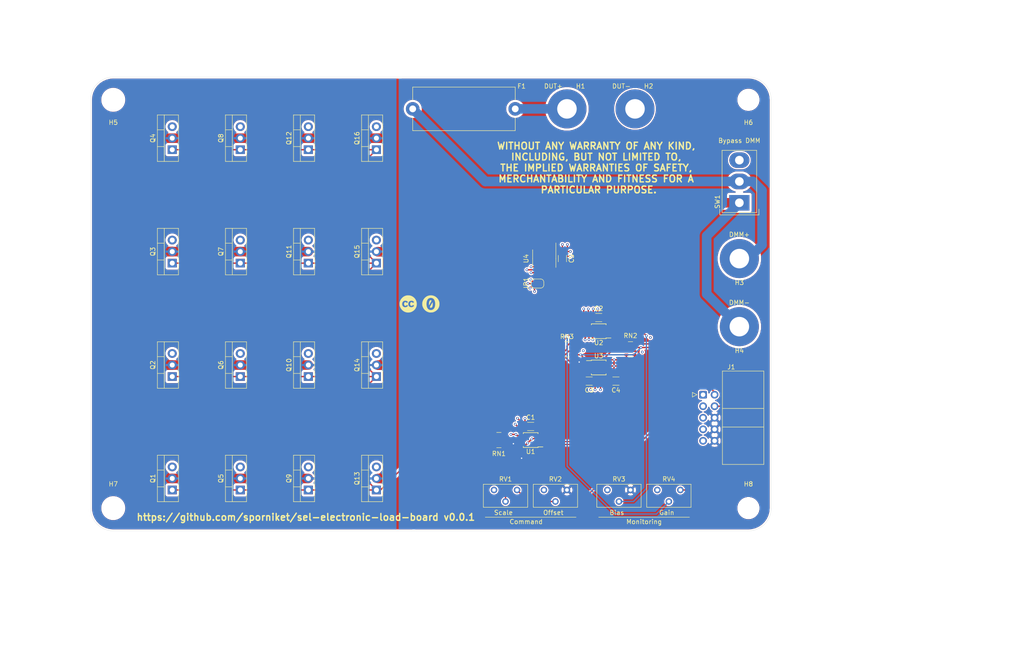
<source format=kicad_pcb>
(kicad_pcb (version 20171130) (host pcbnew 5.1.12-84ad8e8a86~92~ubuntu18.04.1)
  (title_block (title "Electronic load module") (date 2022-05-15) (rev 1.0.0-draft))
  (layers (0 F.Cu signal) (1 In1.Cu signal) (2 In2.Cu signal) (31 B.Cu signal) (35 F.Paste user) (37 F.SilkS user) (39 F.Mask user) (44 Edge.Cuts user))
  (net 0 "")
  (net 1 GND)
  (net 2 VCC)
  (net 3 "Net-(C4-Pad1)")
  (net 4 "Net-(F1-Pad2)")
  (net 5 "Net-(F1-Pad1)")
  (net 6 "Net-(H4-Pad1)")
  (net 7 /UC_ADC)
  (net 8 /UC_DAC)
  (net 9 "Net-(JP1-Pad2)")
  (net 10 /SINK+)
  (net 11 /SINK_CMD)
  (net 12 "Net-(RN1-Pad4)")
  (net 13 "Net-(RN1-Pad7)")
  (net 14 "Net-(RN1-Pad2)")
  (net 15 "Net-(RN1-Pad3)")
  (net 16 "Net-(RN2-Pad6)")
  (net 17 "Net-(RN2-Pad2)")
  (net 18 "Net-(RN3-Pad1)")
  (net 19 "Net-(RV3-Pad2)")
  (net 20 "Net-(RV4-Pad3)")
  (net 21 "Net-(SW1-Pad3)")
  (net 22 /V_SENSE)
  (net 23 "Net-(RN1-Pad5)")
  (net 24 "Net-(RN3-Pad2)")
  (net 25 "Net-(RN3-Pad4)")
  (net 26 "Net-(RN3-Pad3)")
  (net 27 "Net-(RN3-Pad7)")
  (net 28 "Net-(RN2-Pad4)")
  (module cliparts:logo--cc--zero (layer F.Cu) (at 125 100)
    (fp_text reference G*** hide)
    (fp_text value LOGO hide)
  )
  (module cliparts:logo--cc--cc (layer F.Cu) (at 120 100)
    (fp_text reference G*** hide)
    (fp_text value LOGO hide)
  )
  (module switches:toggle-switch-P4.70mm-3pins-75mils-vias (layer F.Cu) (at 193 73 90)
    (fp_text reference SW1 (at -6.096 -4.826 90) (layer F.SilkS) (effects (justify left)))
    (fp_text value "DMM bypass")
    (pad 3 thru_hole oval (at 4.699 0 90) (size 3.429 4.445) (drill 1.905) (layers *.Cu *.Mask) (net 21 "Net-(SW1-Pad3)"))
    (pad 2 thru_hole oval (at 0 0 90) (size 3.429 4.445) (drill 1.905) (layers *.Cu *.Mask) (net 5 "Net-(F1-Pad1)"))
    (pad 1 thru_hole rect (at -4.699 0 90) (size 3.429 4.445) (drill 1.905) (layers *.Cu *.Mask) (net 6 "Net-(H4-Pad1)"))
  )
  (module MountingHole:MountingHole_4.3mm_M4_Pad (layer F.Cu) (at 193 90 180)
    (fp_text reference H3 (at 0 -5.3) (layer F.SilkS))
    (fp_text value DMM+ (at 0 5.3) (layer F.SilkS))
    (pad 1 thru_hole circle (at 0 0 180) (size 8.6 8.6) (drill 4.3) (layers *.Cu *.Mask) (net 5 "Net-(F1-Pad1)"))
  )
  (module MountingHole:MountingHole_4.3mm_M4_Pad (layer F.Cu) (at 193 105 180)
    (fp_text reference H4 (at 0 -5.3) (layer F.SilkS))
    (fp_text value DMM- (at 0 5.3) (layer F.SilkS))
    (pad 1 thru_hole circle (at 0 0 180) (size 8.6 8.6) (drill 4.3) (layers *.Cu *.Mask) (net 6 "Net-(H4-Pad1)"))
  )
  (module Package_SO:SOIC-8_3.9x4.9mm_P1.27mm (layer F.Cu) (at 150 90 270)
    (fp_text reference U4 (at 0 4 90) (layer F.SilkS))
    (fp_text value "Current sensor")
    (pad 8 smd roundrect (at 2.475 -1.905 270) (size 1.95 0.6) (layers F.Cu F.Paste F.Mask) (net 2 VCC))
    (pad 7 smd roundrect (at 2.475 -0.635 270) (size 1.95 0.6) (layers F.Cu F.Paste F.Mask) (net 22 /V_SENSE))
    (pad 6 smd roundrect (at 2.475 0.635 270) (size 1.95 0.6) (layers F.Cu F.Paste F.Mask) (net 9 "Net-(JP1-Pad2)"))
    (pad 5 smd roundrect (at 2.475 1.905 270) (size 1.95 0.6) (layers F.Cu F.Paste F.Mask) (net 1 GND))
    (pad 4 smd roundrect (at -2.475 1.905 270) (size 1.95 0.6) (layers F.Cu F.Paste F.Mask) (net 10 /SINK+))
    (pad 3 smd roundrect (at -2.475 0.635 270) (size 1.95 0.6) (layers F.Cu F.Paste F.Mask) (net 10 /SINK+))
    (pad 2 smd roundrect (at -2.475 -0.635 270) (size 1.95 0.6) (layers F.Cu F.Paste F.Mask) (net 6 "Net-(H4-Pad1)"))
    (pad 1 smd roundrect (at -2.475 -1.905 270) (size 1.95 0.6) (layers F.Cu F.Paste F.Mask) (net 6 "Net-(H4-Pad1)"))
  )
  (module Package_SO:TSSOP-8_3x3mm_P0.65mm (layer F.Cu) (at 162 114)
    (fp_text reference U3 (at 0 -2.55) (layer F.SilkS))
    (fp_text value "Output stage")
    (pad 8 smd rect (at 2.15 -0.975) (size 1.1 0.4) (layers F.Cu F.Paste F.Mask) (net 1 GND))
    (pad 7 smd rect (at 2.15 -0.325) (size 1.1 0.4) (layers F.Cu F.Paste F.Mask) (net 1 GND))
    (pad 6 smd rect (at 2.15 0.325) (size 1.1 0.4) (layers F.Cu F.Paste F.Mask) (net 1 GND))
    (pad 5 smd rect (at 2.15 0.975) (size 1.1 0.4) (layers F.Cu F.Paste F.Mask) (net 3 "Net-(C4-Pad1)"))
    (pad 4 smd rect (at -2.15 0.975) (size 1.1 0.4) (layers F.Cu F.Paste F.Mask) (net 2 VCC))
    (pad 3 smd rect (at -2.15 0.325) (size 1.1 0.4) (layers F.Cu F.Paste F.Mask) (net 25 "Net-(RN3-Pad4)"))
    (pad 2 smd rect (at -2.15 -0.325) (size 1.1 0.4) (layers F.Cu F.Paste F.Mask) (net 16 "Net-(RN2-Pad6)"))
    (pad 1 smd rect (at -2.15 -0.975) (size 1.1 0.4) (layers F.Cu F.Paste F.Mask) (net 7 /UC_ADC))
  )
  (module Package_SO:TSSOP-8_3x3mm_P0.65mm (layer F.Cu) (at 162 106 180)
    (fp_text reference U2 (at 0 -2.55) (layer F.SilkS))
    (fp_text value "Input stage")
    (pad 8 smd rect (at 2.15 -0.975 180) (size 1.1 0.4) (layers F.Cu F.Paste F.Mask) (net 1 GND))
    (pad 7 smd rect (at 2.15 -0.325 180) (size 1.1 0.4) (layers F.Cu F.Paste F.Mask) (net 26 "Net-(RN3-Pad3)"))
    (pad 6 smd rect (at 2.15 0.325 180) (size 1.1 0.4) (layers F.Cu F.Paste F.Mask) (net 18 "Net-(RN3-Pad1)"))
    (pad 5 smd rect (at 2.15 0.975 180) (size 1.1 0.4) (layers F.Cu F.Paste F.Mask) (net 22 /V_SENSE))
    (pad 4 smd rect (at -2.15 0.975 180) (size 1.1 0.4) (layers F.Cu F.Paste F.Mask) (net 2 VCC))
    (pad 3 smd rect (at -2.15 0.325 180) (size 1.1 0.4) (layers F.Cu F.Paste F.Mask) (net 19 "Net-(RV3-Pad2)"))
    (pad 2 smd rect (at -2.15 -0.325 180) (size 1.1 0.4) (layers F.Cu F.Paste F.Mask) (net 28 "Net-(RN2-Pad4)"))
    (pad 1 smd rect (at -2.15 -0.975 180) (size 1.1 0.4) (layers F.Cu F.Paste F.Mask) (net 17 "Net-(RN2-Pad2)"))
  )
  (module Package_SO:TSSOP-8_3x3mm_P0.65mm (layer F.Cu) (at 147 130 180)
    (fp_text reference U1 (at 0 -2.55) (layer F.SilkS))
    (fp_text value OpAmp)
    (pad 8 smd rect (at 2.15 -0.975 180) (size 1.1 0.4) (layers F.Cu F.Paste F.Mask) (net 1 GND))
    (pad 7 smd rect (at 2.15 -0.325 180) (size 1.1 0.4) (layers F.Cu F.Paste F.Mask) (net 11 /SINK_CMD))
    (pad 6 smd rect (at 2.15 0.325 180) (size 1.1 0.4) (layers F.Cu F.Paste F.Mask) (net 13 "Net-(RN1-Pad7)"))
    (pad 5 smd rect (at 2.15 0.975 180) (size 1.1 0.4) (layers F.Cu F.Paste F.Mask) (net 1 GND))
    (pad 4 smd rect (at -2.15 0.975 180) (size 1.1 0.4) (layers F.Cu F.Paste F.Mask) (net 2 VCC))
    (pad 3 smd rect (at -2.15 0.325 180) (size 1.1 0.4) (layers F.Cu F.Paste F.Mask) (net 1 GND))
    (pad 2 smd rect (at -2.15 -0.325 180) (size 1.1 0.4) (layers F.Cu F.Paste F.Mask) (net 23 "Net-(RN1-Pad5)"))
    (pad 1 smd rect (at -2.15 -0.975 180) (size 1.1 0.4) (layers F.Cu F.Paste F.Mask) (net 14 "Net-(RN1-Pad2)"))
  )
  (module Potentiometer_THT:Potentiometer_Bourns_3296Y_Vertical (layer F.Cu) (at 180 141)
    (fp_text reference RV4 (at -2.54 -2.39) (layer F.SilkS))
    (fp_text value 50K)
    (pad 3 thru_hole circle (at -5.08 0) (size 1.44 1.44) (drill 0.8) (layers *.Cu *.Mask) (net 20 "Net-(RV4-Pad3)"))
    (pad 2 thru_hole circle (at -2.54 2.54) (size 1.44 1.44) (drill 0.8) (layers *.Cu *.Mask) (net 18 "Net-(RN3-Pad1)"))
    (pad 1 thru_hole circle (at 0 0) (size 1.44 1.44) (drill 0.8) (layers *.Cu *.Mask) (net 28 "Net-(RN2-Pad4)"))
  )
  (module Potentiometer_THT:Potentiometer_Bourns_3296Y_Vertical (layer F.Cu) (at 169 141)
    (fp_text reference RV3 (at -2.54 -2.39) (layer F.SilkS))
    (fp_text value 50K)
    (pad 3 thru_hole circle (at -5.08 0) (size 1.44 1.44) (drill 0.8) (layers *.Cu *.Mask) (net 1 GND))
    (pad 2 thru_hole circle (at -2.54 2.54) (size 1.44 1.44) (drill 0.8) (layers *.Cu *.Mask) (net 19 "Net-(RV3-Pad2)"))
    (pad 1 thru_hole circle (at 0 0) (size 1.44 1.44) (drill 0.8) (layers *.Cu *.Mask) (net 2 VCC))
  )
  (module Potentiometer_THT:Potentiometer_Bourns_3296Y_Vertical (layer F.Cu) (at 155 141)
    (fp_text reference RV2 (at -2.54 -2.39) (layer F.SilkS))
    (fp_text value 50K)
    (pad 3 thru_hole circle (at -5.08 0) (size 1.44 1.44) (drill 0.8) (layers *.Cu *.Mask) (net 1 GND))
    (pad 2 thru_hole circle (at -2.54 2.54) (size 1.44 1.44) (drill 0.8) (layers *.Cu *.Mask) (net 12 "Net-(RN1-Pad4)"))
    (pad 1 thru_hole circle (at 0 0) (size 1.44 1.44) (drill 0.8) (layers *.Cu *.Mask) (net 2 VCC))
  )
  (module Potentiometer_THT:Potentiometer_Bourns_3296Y_Vertical (layer F.Cu) (at 144 141)
    (fp_text reference RV1 (at -2.54 -2.39) (layer F.SilkS))
    (fp_text value 50K)
    (pad 3 thru_hole circle (at -5.08 0) (size 1.44 1.44) (drill 0.8) (layers *.Cu *.Mask) (net 1 GND))
    (pad 2 thru_hole circle (at -2.54 2.54) (size 1.44 1.44) (drill 0.8) (layers *.Cu *.Mask) (net 15 "Net-(RN1-Pad3)"))
    (pad 1 thru_hole circle (at 0 0) (size 1.44 1.44) (drill 0.8) (layers *.Cu *.Mask) (net 8 /UC_DAC))
  )
  (module Resistor_SMD:R_Array_Convex_4x0603 (layer F.Cu) (at 155 110)
    (fp_text reference RN3 (at 0 -2.8) (layer F.SilkS))
    (fp_text value 10K)
    (pad 5 smd rect (at 0.9 1.2) (size 0.8 0.5) (layers F.Cu F.Paste F.Mask) (net 7 /UC_ADC))
    (pad 6 smd rect (at 0.9 0.4) (size 0.8 0.4) (layers F.Cu F.Paste F.Mask) (net 25 "Net-(RN3-Pad4)"))
    (pad 8 smd rect (at 0.9 -1.2) (size 0.8 0.5) (layers F.Cu F.Paste F.Mask) (net 26 "Net-(RN3-Pad3)"))
    (pad 7 smd rect (at 0.9 -0.4) (size 0.8 0.4) (layers F.Cu F.Paste F.Mask) (net 27 "Net-(RN3-Pad7)"))
    (pad 4 smd rect (at -0.9 1.2) (size 0.8 0.5) (layers F.Cu F.Paste F.Mask) (net 25 "Net-(RN3-Pad4)"))
    (pad 2 smd rect (at -0.9 -0.4) (size 0.8 0.4) (layers F.Cu F.Paste F.Mask) (net 24 "Net-(RN3-Pad2)"))
    (pad 3 smd rect (at -0.9 0.4) (size 0.8 0.4) (layers F.Cu F.Paste F.Mask) (net 26 "Net-(RN3-Pad3)"))
    (pad 1 smd rect (at -0.9 -1.2) (size 0.8 0.5) (layers F.Cu F.Paste F.Mask) (net 18 "Net-(RN3-Pad1)"))
  )
  (module Resistor_SMD:R_Array_Convex_4x0603 (layer F.Cu) (at 169 110 180)
    (fp_text reference RN2 (at 0 3) (layer F.SilkS))
    (fp_text value 10K)
    (pad 5 smd rect (at 0.9 1.2 180) (size 0.8 0.5) (layers F.Cu F.Paste F.Mask) (net 17 "Net-(RN2-Pad2)"))
    (pad 6 smd rect (at 0.9 0.4 180) (size 0.8 0.4) (layers F.Cu F.Paste F.Mask) (net 16 "Net-(RN2-Pad6)"))
    (pad 8 smd rect (at 0.9 -1.2 180) (size 0.8 0.5) (layers F.Cu F.Paste F.Mask) (net 23 "Net-(RN1-Pad5)"))
    (pad 7 smd rect (at 0.9 -0.4 180) (size 0.8 0.4) (layers F.Cu F.Paste F.Mask) (net 16 "Net-(RN2-Pad6)"))
    (pad 4 smd rect (at -0.9 1.2 180) (size 0.8 0.5) (layers F.Cu F.Paste F.Mask) (net 28 "Net-(RN2-Pad4)"))
    (pad 2 smd rect (at -0.9 -0.4 180) (size 0.8 0.4) (layers F.Cu F.Paste F.Mask) (net 17 "Net-(RN2-Pad2)"))
    (pad 3 smd rect (at -0.9 0.4 180) (size 0.8 0.4) (layers F.Cu F.Paste F.Mask) (net 7 /UC_ADC))
    (pad 1 smd rect (at -0.9 -1.2 180) (size 0.8 0.5) (layers F.Cu F.Paste F.Mask) (net 14 "Net-(RN1-Pad2)"))
  )
  (module Resistor_SMD:R_Array_Convex_4x0603 (layer F.Cu) (at 140 130)
    (fp_text reference RN1 (at 0 3) (layer F.SilkS))
    (fp_text value 10K)
    (pad 5 smd rect (at 0.9 1.2) (size 0.8 0.5) (layers F.Cu F.Paste F.Mask) (net 23 "Net-(RN1-Pad5)"))
    (pad 6 smd rect (at 0.9 0.4) (size 0.8 0.4) (layers F.Cu F.Paste F.Mask) (net 23 "Net-(RN1-Pad5)"))
    (pad 8 smd rect (at 0.9 -1.2) (size 0.8 0.5) (layers F.Cu F.Paste F.Mask) (net 13 "Net-(RN1-Pad7)"))
    (pad 7 smd rect (at 0.9 -0.4) (size 0.8 0.4) (layers F.Cu F.Paste F.Mask) (net 13 "Net-(RN1-Pad7)"))
    (pad 4 smd rect (at -0.9 1.2) (size 0.8 0.5) (layers F.Cu F.Paste F.Mask) (net 12 "Net-(RN1-Pad4)"))
    (pad 2 smd rect (at -0.9 -0.4) (size 0.8 0.4) (layers F.Cu F.Paste F.Mask) (net 14 "Net-(RN1-Pad2)"))
    (pad 3 smd rect (at -0.9 0.4) (size 0.8 0.4) (layers F.Cu F.Paste F.Mask) (net 15 "Net-(RN1-Pad3)"))
    (pad 1 smd rect (at -0.9 -1.2) (size 0.8 0.5) (layers F.Cu F.Paste F.Mask) (net 11 /SINK_CMD))
  )
  (module Package_TO_SOT_THT:TO-220-3_Vertical (layer F.Cu) (at 113 66 90)
    (fp_text reference Q16 (at 2.54 -4.27 90) (layer F.SilkS))
    (fp_text value N-mosfet)
    (pad 3 thru_hole oval (at 5.08 0 90) (size 1.905 2) (drill 1.1) (layers *.Cu *.Mask) (net 1 GND))
    (pad 2 thru_hole oval (at 2.54 0 90) (size 1.905 2) (drill 1.1) (layers *.Cu *.Mask) (net 10 /SINK+))
    (pad 1 thru_hole rect (at 0 0 90) (size 1.905 2) (drill 1.1) (layers *.Cu *.Mask) (net 11 /SINK_CMD))
  )
  (module Package_TO_SOT_THT:TO-220-3_Vertical (layer F.Cu) (at 113 91 90)
    (fp_text reference Q15 (at 2.54 -4.27 90) (layer F.SilkS))
    (fp_text value N-mosfet)
    (pad 3 thru_hole oval (at 5.08 0 90) (size 1.905 2) (drill 1.1) (layers *.Cu *.Mask) (net 1 GND))
    (pad 2 thru_hole oval (at 2.54 0 90) (size 1.905 2) (drill 1.1) (layers *.Cu *.Mask) (net 10 /SINK+))
    (pad 1 thru_hole rect (at 0 0 90) (size 1.905 2) (drill 1.1) (layers *.Cu *.Mask) (net 11 /SINK_CMD))
  )
  (module Package_TO_SOT_THT:TO-220-3_Vertical (layer F.Cu) (at 113 116 90)
    (fp_text reference Q14 (at 2.54 -4.27 90) (layer F.SilkS))
    (fp_text value N-mosfet)
    (pad 3 thru_hole oval (at 5.08 0 90) (size 1.905 2) (drill 1.1) (layers *.Cu *.Mask) (net 1 GND))
    (pad 2 thru_hole oval (at 2.54 0 90) (size 1.905 2) (drill 1.1) (layers *.Cu *.Mask) (net 10 /SINK+))
    (pad 1 thru_hole rect (at 0 0 90) (size 1.905 2) (drill 1.1) (layers *.Cu *.Mask) (net 11 /SINK_CMD))
  )
  (module Package_TO_SOT_THT:TO-220-3_Vertical (layer F.Cu) (at 113 141 90)
    (fp_text reference Q13 (at 2.54 -4.27 90) (layer F.SilkS))
    (fp_text value N-mosfet)
    (pad 3 thru_hole oval (at 5.08 0 90) (size 1.905 2) (drill 1.1) (layers *.Cu *.Mask) (net 1 GND))
    (pad 2 thru_hole oval (at 2.54 0 90) (size 1.905 2) (drill 1.1) (layers *.Cu *.Mask) (net 10 /SINK+))
    (pad 1 thru_hole rect (at 0 0 90) (size 1.905 2) (drill 1.1) (layers *.Cu *.Mask) (net 11 /SINK_CMD))
  )
  (module Package_TO_SOT_THT:TO-220-3_Vertical (layer F.Cu) (at 98 66 90)
    (fp_text reference Q12 (at 2.54 -4.27 90) (layer F.SilkS))
    (fp_text value N-mosfet)
    (pad 3 thru_hole oval (at 5.08 0 90) (size 1.905 2) (drill 1.1) (layers *.Cu *.Mask) (net 1 GND))
    (pad 2 thru_hole oval (at 2.54 0 90) (size 1.905 2) (drill 1.1) (layers *.Cu *.Mask) (net 10 /SINK+))
    (pad 1 thru_hole rect (at 0 0 90) (size 1.905 2) (drill 1.1) (layers *.Cu *.Mask) (net 11 /SINK_CMD))
  )
  (module Package_TO_SOT_THT:TO-220-3_Vertical (layer F.Cu) (at 98 91 90)
    (fp_text reference Q11 (at 2.54 -4.27 90) (layer F.SilkS))
    (fp_text value N-mosfet)
    (pad 3 thru_hole oval (at 5.08 0 90) (size 1.905 2) (drill 1.1) (layers *.Cu *.Mask) (net 1 GND))
    (pad 2 thru_hole oval (at 2.54 0 90) (size 1.905 2) (drill 1.1) (layers *.Cu *.Mask) (net 10 /SINK+))
    (pad 1 thru_hole rect (at 0 0 90) (size 1.905 2) (drill 1.1) (layers *.Cu *.Mask) (net 11 /SINK_CMD))
  )
  (module Package_TO_SOT_THT:TO-220-3_Vertical (layer F.Cu) (at 98 116 90)
    (fp_text reference Q10 (at 2.54 -4.27 90) (layer F.SilkS))
    (fp_text value N-mosfet)
    (pad 3 thru_hole oval (at 5.08 0 90) (size 1.905 2) (drill 1.1) (layers *.Cu *.Mask) (net 1 GND))
    (pad 2 thru_hole oval (at 2.54 0 90) (size 1.905 2) (drill 1.1) (layers *.Cu *.Mask) (net 10 /SINK+))
    (pad 1 thru_hole rect (at 0 0 90) (size 1.905 2) (drill 1.1) (layers *.Cu *.Mask) (net 11 /SINK_CMD))
  )
  (module Package_TO_SOT_THT:TO-220-3_Vertical (layer F.Cu) (at 98 141 90)
    (fp_text reference Q9 (at 2.54 -4.27 90) (layer F.SilkS))
    (fp_text value N-mosfet)
    (pad 3 thru_hole oval (at 5.08 0 90) (size 1.905 2) (drill 1.1) (layers *.Cu *.Mask) (net 1 GND))
    (pad 2 thru_hole oval (at 2.54 0 90) (size 1.905 2) (drill 1.1) (layers *.Cu *.Mask) (net 10 /SINK+))
    (pad 1 thru_hole rect (at 0 0 90) (size 1.905 2) (drill 1.1) (layers *.Cu *.Mask) (net 11 /SINK_CMD))
  )
  (module Package_TO_SOT_THT:TO-220-3_Vertical (layer F.Cu) (at 83 66 90)
    (fp_text reference Q8 (at 2.54 -4.27 90) (layer F.SilkS))
    (fp_text value N-mosfet)
    (pad 3 thru_hole oval (at 5.08 0 90) (size 1.905 2) (drill 1.1) (layers *.Cu *.Mask) (net 1 GND))
    (pad 2 thru_hole oval (at 2.54 0 90) (size 1.905 2) (drill 1.1) (layers *.Cu *.Mask) (net 10 /SINK+))
    (pad 1 thru_hole rect (at 0 0 90) (size 1.905 2) (drill 1.1) (layers *.Cu *.Mask) (net 11 /SINK_CMD))
  )
  (module Package_TO_SOT_THT:TO-220-3_Vertical (layer F.Cu) (at 83 91 90)
    (fp_text reference Q7 (at 2.54 -4.27 90) (layer F.SilkS))
    (fp_text value N-mosfet)
    (pad 3 thru_hole oval (at 5.08 0 90) (size 1.905 2) (drill 1.1) (layers *.Cu *.Mask) (net 1 GND))
    (pad 2 thru_hole oval (at 2.54 0 90) (size 1.905 2) (drill 1.1) (layers *.Cu *.Mask) (net 10 /SINK+))
    (pad 1 thru_hole rect (at 0 0 90) (size 1.905 2) (drill 1.1) (layers *.Cu *.Mask) (net 11 /SINK_CMD))
  )
  (module Package_TO_SOT_THT:TO-220-3_Vertical (layer F.Cu) (at 83 116 90)
    (fp_text reference Q6 (at 2.54 -4.27 90) (layer F.SilkS))
    (fp_text value N-mosfet)
    (pad 3 thru_hole oval (at 5.08 0 90) (size 1.905 2) (drill 1.1) (layers *.Cu *.Mask) (net 1 GND))
    (pad 2 thru_hole oval (at 2.54 0 90) (size 1.905 2) (drill 1.1) (layers *.Cu *.Mask) (net 10 /SINK+))
    (pad 1 thru_hole rect (at 0 0 90) (size 1.905 2) (drill 1.1) (layers *.Cu *.Mask) (net 11 /SINK_CMD))
  )
  (module Package_TO_SOT_THT:TO-220-3_Vertical (layer F.Cu) (at 83 141 90)
    (fp_text reference Q5 (at 2.54 -4.27 90) (layer F.SilkS))
    (fp_text value N-mosfet)
    (pad 3 thru_hole oval (at 5.08 0 90) (size 1.905 2) (drill 1.1) (layers *.Cu *.Mask) (net 1 GND))
    (pad 2 thru_hole oval (at 2.54 0 90) (size 1.905 2) (drill 1.1) (layers *.Cu *.Mask) (net 10 /SINK+))
    (pad 1 thru_hole rect (at 0 0 90) (size 1.905 2) (drill 1.1) (layers *.Cu *.Mask) (net 11 /SINK_CMD))
  )
  (module Package_TO_SOT_THT:TO-220-3_Vertical (layer F.Cu) (at 68 66 90)
    (fp_text reference Q4 (at 2.54 -4.27 90) (layer F.SilkS))
    (fp_text value N-mosfet)
    (pad 3 thru_hole oval (at 5.08 0 90) (size 1.905 2) (drill 1.1) (layers *.Cu *.Mask) (net 1 GND))
    (pad 2 thru_hole oval (at 2.54 0 90) (size 1.905 2) (drill 1.1) (layers *.Cu *.Mask) (net 10 /SINK+))
    (pad 1 thru_hole rect (at 0 0 90) (size 1.905 2) (drill 1.1) (layers *.Cu *.Mask) (net 11 /SINK_CMD))
  )
  (module Package_TO_SOT_THT:TO-220-3_Vertical (layer F.Cu) (at 68 91 90)
    (fp_text reference Q3 (at 2.54 -4.27 90) (layer F.SilkS))
    (fp_text value N-mosfet)
    (pad 3 thru_hole oval (at 5.08 0 90) (size 1.905 2) (drill 1.1) (layers *.Cu *.Mask) (net 1 GND))
    (pad 2 thru_hole oval (at 2.54 0 90) (size 1.905 2) (drill 1.1) (layers *.Cu *.Mask) (net 10 /SINK+))
    (pad 1 thru_hole rect (at 0 0 90) (size 1.905 2) (drill 1.1) (layers *.Cu *.Mask) (net 11 /SINK_CMD))
  )
  (module Package_TO_SOT_THT:TO-220-3_Vertical (layer F.Cu) (at 68 116 90)
    (fp_text reference Q2 (at 2.54 -4.27 90) (layer F.SilkS))
    (fp_text value N-mosfet)
    (pad 3 thru_hole oval (at 5.08 0 90) (size 1.905 2) (drill 1.1) (layers *.Cu *.Mask) (net 1 GND))
    (pad 2 thru_hole oval (at 2.54 0 90) (size 1.905 2) (drill 1.1) (layers *.Cu *.Mask) (net 10 /SINK+))
    (pad 1 thru_hole rect (at 0 0 90) (size 1.905 2) (drill 1.1) (layers *.Cu *.Mask) (net 11 /SINK_CMD))
  )
  (module Package_TO_SOT_THT:TO-220-3_Vertical (layer F.Cu) (at 68 141 90)
    (fp_text reference Q1 (at 2.54 -4.27 90) (layer F.SilkS))
    (fp_text value N-mosfet)
    (pad 3 thru_hole oval (at 5.08 0 90) (size 1.905 2) (drill 1.1) (layers *.Cu *.Mask) (net 1 GND))
    (pad 2 thru_hole oval (at 2.54 0 90) (size 1.905 2) (drill 1.1) (layers *.Cu *.Mask) (net 10 /SINK+))
    (pad 1 thru_hole rect (at 0 0 90) (size 1.905 2) (drill 1.1) (layers *.Cu *.Mask) (net 11 /SINK_CMD))
  )
  (module Jumper:SolderJumper-2_P1.3mm_Open_RoundedPad1.0x1.5mm (layer F.Cu) (at 148.5 95.5)
    (fp_text reference JP1 (at -2.5 0 270) (layer F.SilkS))
    (fp_text value "If needed by the IC")
    (pad 2 smd custom (at 0.65 0) (size 1 0.5) (layers F.Cu F.Mask) (net 9 "Net-(JP1-Pad2)") (options (clearance outline) (anchor rect)) (primitives (gr_circle (center 0 0.25) (end 0.5 0.25) (width 0)) (gr_circle (center 0 -0.25) (end 0.5 -0.25) (width 0)) (gr_poly (pts (xy 0 -0.75) (xy -0.5 -0.75) (xy -0.5 0.75) (xy 0 0.75)) (width 0))))
    (pad 1 smd custom (at -0.65 0) (size 1 0.5) (layers F.Cu F.Mask) (net 1 GND) (options (clearance outline) (anchor rect)) (primitives (gr_circle (center 0 0.25) (end 0.5 0.25) (width 0)) (gr_circle (center 0 -0.25) (end 0.5 -0.25) (width 0)) (gr_poly (pts (xy 0 -0.75) (xy 0.5 -0.75) (xy 0.5 0.75) (xy 0 0.75)) (width 0))))
  )
  (module Connector_IDC:IDC-Header_2x05_P2.54mm_Horizontal (layer F.Cu) (at 185 120)
    (fp_text reference J1 (at 6.215 -6.1) (layer F.SilkS))
    (fp_text value "HE10 receptacle")
    (pad 10 thru_hole circle (at 2.54 10.16) (size 1.7 1.7) (drill 1) (layers *.Cu *.Mask) (net 2 VCC))
    (pad 8 thru_hole circle (at 2.54 7.62) (size 1.7 1.7) (drill 1) (layers *.Cu *.Mask) (net 2 VCC))
    (pad 6 thru_hole circle (at 2.54 5.08) (size 1.7 1.7) (drill 1) (layers *.Cu *.Mask) (net 2 VCC))
    (pad 4 thru_hole circle (at 2.54 2.54) (size 1.7 1.7) (drill 1) (layers *.Cu *.Mask) (net 7 /UC_ADC))
    (pad 2 thru_hole circle (at 2.54 0) (size 1.7 1.7) (drill 1) (layers *.Cu *.Mask) (net 8 /UC_DAC))
    (pad 9 thru_hole circle (at 0 10.16) (size 1.7 1.7) (drill 1) (layers *.Cu *.Mask) (net 1 GND))
    (pad 7 thru_hole circle (at 0 7.62) (size 1.7 1.7) (drill 1) (layers *.Cu *.Mask) (net 1 GND))
    (pad 5 thru_hole circle (at 0 5.08) (size 1.7 1.7) (drill 1) (layers *.Cu *.Mask) (net 1 GND))
    (pad 3 thru_hole circle (at 0 2.54) (size 1.7 1.7) (drill 1) (layers *.Cu *.Mask) (net 1 GND))
    (pad 1 thru_hole roundrect (at 0 0) (size 1.7 1.7) (drill 1) (layers *.Cu *.Mask) (roundrect_rratio 0.147059) (net 1 GND))
  )
  (module MountingHole:MountingHole_4.3mm_M4 (layer F.Cu) (at 195 145)
    (fp_text reference H8 (at 0 -5.3) (layer F.SilkS))
    (fp_text value MountingHole)
    (pad 1 np_thru_hole circle (at 0 0) (size 4.3 4.3) (drill 4.3) (layers *.Cu *.Mask))
  )
  (module MountingHole:MountingHole_4.3mm_M4 (layer F.Cu) (at 55 145)
    (fp_text reference H7 (at 0 -5.3) (layer F.SilkS))
    (fp_text value MountingHole)
    (pad 1 np_thru_hole circle (at 0 0) (size 4.3 4.3) (drill 4.3) (layers *.Cu *.Mask))
  )
  (module MountingHole:MountingHole_4.3mm_M4 (layer F.Cu) (at 195 55)
    (fp_text reference H6 (at 0 5) (layer F.SilkS))
    (fp_text value MountingHole)
    (pad 1 np_thru_hole circle (at 0 0) (size 4.3 4.3) (drill 4.3) (layers *.Cu *.Mask))
  )
  (module MountingHole:MountingHole_4.3mm_M4 (layer F.Cu) (at 55 55)
    (fp_text reference H5 (at 0 5) (layer F.SilkS))
    (fp_text value MountingHole)
    (pad 1 np_thru_hole circle (at 0 0) (size 4.3 4.3) (drill 4.3) (layers *.Cu *.Mask))
  )
  (module MountingHole:MountingHole_4.3mm_M4_Pad (layer F.Cu) (at 170 57)
    (fp_text reference H2 (at 3 -5) (layer F.SilkS))
    (fp_text value DUT- (at -3 -5) (layer F.SilkS))
    (pad 1 thru_hole circle (at 0 0) (size 8.6 8.6) (drill 4.3) (layers *.Cu *.Mask) (net 1 GND))
  )
  (module MountingHole:MountingHole_4.3mm_M4_Pad (layer F.Cu) (at 155 57)
    (fp_text reference H1 (at 3 -5) (layer F.SilkS))
    (fp_text value DUT+ (at -3 -5) (layer F.SilkS))
    (pad 1 thru_hole circle (at 0 0) (size 8.6 8.6) (drill 4.3) (layers *.Cu *.Mask) (net 4 "Net-(F1-Pad2)"))
  )
  (module Fuse:Fuseholder_Cylinder-5x20mm_Stelvio-Kontek_PTF78_Horizontal_Open (layer F.Cu) (at 121 57)
    (fp_text reference F1 (at 24 -5) (layer F.SilkS))
    (fp_text value "Fuse 4A")
    (pad 2 thru_hole circle (at 22.6 0) (size 3 3) (drill 1.5) (layers *.Cu *.Mask) (net 4 "Net-(F1-Pad2)"))
    (pad 1 thru_hole circle (at 0 0) (size 3 3) (drill 1.5) (layers *.Cu *.Mask) (net 5 "Net-(F1-Pad1)"))
  )
  (module Capacitor_SMD:C_1206_3216Metric_Pad1.33x1.80mm_HandSolder (layer F.Cu) (at 154 90 90)
    (fp_text reference C5 (at 0 2 90) (layer F.SilkS))
    (fp_text value 0.1uF)
    (pad 2 smd roundrect (at 1.5625 0 90) (size 1.325 1.8) (layers F.Cu F.Paste F.Mask) (roundrect_rratio 0.188679) (net 1 GND))
    (pad 1 smd roundrect (at -1.5625 0 90) (size 1.325 1.8) (layers F.Cu F.Paste F.Mask) (roundrect_rratio 0.188679) (net 2 VCC))
  )
  (module Capacitor_SMD:C_1206_3216Metric_Pad1.33x1.80mm_HandSolder (layer F.Cu) (at 165.8 117)
    (fp_text reference C4 (at 0 2) (layer F.SilkS))
    (fp_text value 0.1uF)
    (pad 2 smd roundrect (at 1.5625 0) (size 1.325 1.8) (layers F.Cu F.Paste F.Mask) (roundrect_rratio 0.188679) (net 1 GND))
    (pad 1 smd roundrect (at -1.5625 0) (size 1.325 1.8) (layers F.Cu F.Paste F.Mask) (roundrect_rratio 0.188679) (net 3 "Net-(C4-Pad1)"))
  )
  (module Capacitor_SMD:C_1206_3216Metric_Pad1.33x1.80mm_HandSolder (layer F.Cu) (at 159.9 117)
    (fp_text reference C3 (at 0 2) (layer F.SilkS))
    (fp_text value 0.1uF)
    (pad 2 smd roundrect (at 1.5625 0) (size 1.325 1.8) (layers F.Cu F.Paste F.Mask) (roundrect_rratio 0.188679) (net 1 GND))
    (pad 1 smd roundrect (at -1.5625 0) (size 1.325 1.8) (layers F.Cu F.Paste F.Mask) (roundrect_rratio 0.188679) (net 2 VCC))
  )
  (module Capacitor_SMD:C_1206_3216Metric_Pad1.33x1.80mm_HandSolder (layer F.Cu) (at 162 103 180)
    (fp_text reference C2 (at 0 2) (layer F.SilkS))
    (fp_text value 0.1uF)
    (pad 2 smd roundrect (at 1.5625 0 180) (size 1.325 1.8) (layers F.Cu F.Paste F.Mask) (roundrect_rratio 0.188679) (net 1 GND))
    (pad 1 smd roundrect (at -1.5625 0 180) (size 1.325 1.8) (layers F.Cu F.Paste F.Mask) (roundrect_rratio 0.188679) (net 2 VCC))
  )
  (module Capacitor_SMD:C_1206_3216Metric_Pad1.33x1.80mm_HandSolder (layer F.Cu) (at 147 127 180)
    (fp_text reference C1 (at 0 2) (layer F.SilkS))
    (fp_text value 0.1uF)
    (pad 2 smd roundrect (at 1.5625 0 180) (size 1.325 1.8) (layers F.Cu F.Paste F.Mask) (roundrect_rratio 0.188679) (net 1 GND))
    (pad 1 smd roundrect (at -1.5625 0 180) (size 1.325 1.8) (layers F.Cu F.Paste F.Mask) (roundrect_rratio 0.188679) (net 2 VCC))
  )
  (gr_text "WITHOUT ANY WARRANTY OF ANY KIND, \nINCLUDING, BUT NOT LIMITED TO, \nTHE IMPLIED WARRANTIES OF SAFETY, \nMERCHANTABILITY AND FITNESS FOR A \nPARTICULAR PURPOSE." (at 162 70) (layer F.SilkS) (effects (font (size 1.5 1.5) (thickness 0.3))))
  (gr_text "https://github.com/sporniket/sel-electronic-load-board v0.0.1" (at 60 147) (layer F.SilkS) (effects (font (size 1.5 1.5) (thickness 0.3)) (justify left)))
  (gr_line (start 162 147) (end 182 147) (layer F.SilkS) (width 0.12))
  (gr_line (start 137 147) (end 157 147) (layer F.SilkS) (width 0.12))
  (gr_text Gain (at 177 146) (layer F.SilkS) (effects (font (size 1 1))))
  (gr_text Bias (at 166 146) (layer F.SilkS) (effects (font (size 1 1))))
  (gr_text Offset (at 152 146) (layer F.SilkS) (effects (font (size 1 1))))
  (gr_text Scale (at 141 146) (layer F.SilkS) (effects (font (size 1 1))))
  (gr_text Monitoring (at 172 148) (layer F.SilkS) (effects (font (size 1 1))))
  (gr_text Command (at 146 148) (layer F.SilkS) (effects (font (size 1 1))))
  (gr_text "Bypass DMM" (at 193 64) (layer F.SilkS) (effects (font (size 1 1))))
  (gr_line (start 200 145) (end 200 55) (layer Edge.Cuts) (width 0.05))
  (gr_line (start 55 150) (end 195 150) (layer Edge.Cuts) (width 0.05))
  (gr_line (start 50 55) (end 50 145) (layer Edge.Cuts) (width 0.05))
  (gr_line (start 195 50) (end 55 50) (layer Edge.Cuts) (width 0.05))
  (gr_arc (start 195 55) (end 200 55) (angle -90) (layer Edge.Cuts) (width 0.05))
  (gr_arc (start 195 145) (end 195 150) (angle -90) (layer Edge.Cuts) (width 0.05))
  (gr_arc (start 55 145) (end 50 145) (angle -90) (layer Edge.Cuts) (width 0.05))
  (gr_arc (start 55 55) (end 55 50) (angle -90) (layer Edge.Cuts) (width 0.05))
  (segment (start 144.85 130.975) (end 146.025 130.975) (width 0.3) (layer F.Cu) (net 1))
  (segment (start 147.325 129.675) (end 149.15 129.675) (width 0.3) (layer F.Cu) (net 1))
  (segment (start 146.025 130.975) (end 146.35 130.65) (width 0.3) (layer F.Cu) (net 1))
  (segment (start 145.4375 127) (end 145.4375 126.8125) (width 0.3) (layer F.Cu) (net 1))
  (segment (start 145.4375 126.8125) (end 145.75 126.5) (width 0.3) (layer F.Cu) (net 1))
  (segment (start 145.75 126.5) (end 145.75 125.25) (width 0.3) (layer F.Cu) (net 1))
  (segment (start 145.75 125.25) (end 145.75 125.25) (width 0.3) (layer F.Cu) (net 1))
  (via (at 145.75 125.25) (size 0.6) (drill 0.3) (layers F.Cu B.Cu) (net 1))
  (segment (start 147.25 129.75) (end 147.325 129.675) (width 0.3) (layer F.Cu) (net 1))
  (via (at 147.25 129.75) (size 0.6) (drill 0.3) (layers F.Cu B.Cu) (net 1))
  (segment (start 146.75 130.25) (end 147.25 129.75) (width 0.3) (layer F.Cu) (net 1))
  (segment (start 144.85 129.025) (end 144.025 129.025) (width 0.3) (layer F.Cu) (net 1))
  (segment (start 144.025 129.025) (end 143.75 128.75) (width 0.3) (layer F.Cu) (net 1))
  (segment (start 143.75 128.75) (end 143 128.75) (width 0.3) (layer F.Cu) (net 1))
  (segment (start 143 128.75) (end 143 128.75) (width 0.3) (layer F.Cu) (net 1))
  (segment (start 143.75 128.75) (end 143.75 128.75) (width 0.3) (layer F.Cu) (net 1))
  (via (at 143.75 128.75) (size 0.6) (drill 0.3) (layers F.Cu B.Cu) (net 1))
  (segment (start 154 88.4375) (end 154 86.9) (width 0.3) (layer F.Cu) (net 1))
  (segment (start 154 88.4375) (end 154.4625 88.4375) (width 0.3) (layer F.Cu) (net 1))
  (segment (start 154.4625 88.4375) (end 155.1 87.8) (width 0.3) (layer F.Cu) (net 1))
  (segment (start 155.1 87.8) (end 155.1 86.9) (width 0.3) (layer F.Cu) (net 1))
  (segment (start 154 88.4375) (end 155.7625 88.4375) (width 0.3) (layer F.Cu) (net 1))
  (segment (start 148.095 92.475) (end 148.095 91.805) (width 0.3) (layer F.Cu) (net 1))
  (segment (start 148.095 91.805) (end 148.09 91.8) (width 0.3) (layer F.Cu) (net 1))
  (segment (start 148.09 91.8) (end 147.1 91.8) (width 0.3) (layer F.Cu) (net 1))
  (segment (start 148.095 95.255) (end 147.85 95.5) (width 0.3) (layer F.Cu) (net 1))
  (segment (start 147.85 95.5) (end 147.05 94.7) (width 0.3) (layer F.Cu) (net 1))
  (segment (start 147.85 95.5) (end 146.4 95.5) (width 0.3) (layer F.Cu) (net 1))
  (segment (start 147.85 95.5) (end 146.85 96.5) (width 0.3) (layer F.Cu) (net 1))
  (segment (start 147.85 95.5) (end 147.85 97.25) (width 0.3) (layer F.Cu) (net 1))
  (segment (start 154 86.9) (end 154 86.9) (width 0.3) (layer F.Cu) (net 1))
  (via (at 154 86.9) (size 0.6) (drill 0.3) (layers F.Cu B.Cu) (net 1))
  (segment (start 155.1 86.9) (end 155.1 86.9) (width 0.3) (layer F.Cu) (net 1))
  (via (at 155.1 86.9) (size 0.6) (drill 0.3) (layers F.Cu B.Cu) (net 1))
  (segment (start 155.7625 88.4375) (end 155.7625 88.4375) (width 0.3) (layer F.Cu) (net 1))
  (via (at 155.7625 88.4375) (size 0.6) (drill 0.3) (layers F.Cu B.Cu) (net 1))
  (segment (start 147.1 91.8) (end 147.1 91.8) (width 0.3) (layer F.Cu) (net 1))
  (via (at 147.1 91.8) (size 0.6) (drill 0.3) (layers F.Cu B.Cu) (net 1))
  (segment (start 147.1 93.1) (end 147.1 93.1) (width 0.3) (layer F.Cu) (net 1))
  (segment (start 147.05 94.7) (end 147.05 94.7) (width 0.3) (layer F.Cu) (net 1))
  (via (at 147.05 94.7) (size 0.6) (drill 0.3) (layers F.Cu B.Cu) (net 1))
  (segment (start 146.4 95.5) (end 146.4 95.5) (width 0.3) (layer F.Cu) (net 1))
  (via (at 146.4 95.5) (size 0.6) (drill 0.3) (layers F.Cu B.Cu) (net 1))
  (segment (start 146.85 96.5) (end 146.85 96.5) (width 0.3) (layer F.Cu) (net 1))
  (via (at 146.85 96.5) (size 0.6) (drill 0.3) (layers F.Cu B.Cu) (net 1))
  (segment (start 147.85 97.25) (end 147.85 97.25) (width 0.3) (layer F.Cu) (net 1))
  (via (at 147.85 97.25) (size 0.6) (drill 0.3) (layers F.Cu B.Cu) (net 1))
  (segment (start 147.69 93.1) (end 148.095 93.505) (width 0.3) (layer F.Cu) (net 1))
  (segment (start 147.1 93.1) (end 147.69 93.1) (width 0.3) (layer F.Cu) (net 1))
  (segment (start 148.095 92.475) (end 148.095 93.505) (width 0.3) (layer F.Cu) (net 1))
  (segment (start 148.095 93.505) (end 148.095 95.255) (width 0.3) (layer F.Cu) (net 1))
  (segment (start 147.1 93.1) (end 147.1 93.1) (width 0.3) (layer F.Cu) (net 1))
  (via (at 147.1 93.1) (size 0.6) (drill 0.3) (layers F.Cu B.Cu) (net 1))
  (segment (start 148.095 92.475) (end 146.175 92.475) (width 0.3) (layer F.Cu) (net 1))
  (segment (start 146.175 92.475) (end 146.175 92.475) (width 0.3) (layer F.Cu) (net 1))
  (via (at 146.175 92.475) (size 0.6) (drill 0.3) (layers F.Cu B.Cu) (net 1))
  (segment (start 154 88.4375) (end 154.0375 88.4375) (width 0.3) (layer F.Cu) (net 1))
  (segment (start 154.0375 88.4375) (end 155.1 89.5) (width 0.3) (layer F.Cu) (net 1))
  (segment (start 155.1 89.5) (end 155.7 89.5) (width 0.3) (layer F.Cu) (net 1))
  (segment (start 155.7 89.5) (end 155.7 89.5) (width 0.3) (layer F.Cu) (net 1))
  (via (at 155.7 89.5) (size 0.6) (drill 0.3) (layers F.Cu B.Cu) (net 1))
  (segment (start 160.4375 103) (end 159.5 103) (width 0.3) (layer F.Cu) (net 1))
  (segment (start 159.5 103) (end 158.7 102.2) (width 0.3) (layer F.Cu) (net 1))
  (segment (start 158.7 102.2) (end 158.7 101.1) (width 0.3) (layer F.Cu) (net 1))
  (segment (start 160.4375 103) (end 160.4375 102.8375) (width 0.3) (layer F.Cu) (net 1))
  (segment (start 160.4375 102.8375) (end 159.7 102.1) (width 0.3) (layer F.Cu) (net 1))
  (segment (start 159.7 102.1) (end 159.7 101.1) (width 0.3) (layer F.Cu) (net 1))
  (segment (start 160.4375 103) (end 160.4375 102.4625) (width 0.3) (layer F.Cu) (net 1))
  (segment (start 160.4375 102.4625) (end 160.8 102.1) (width 0.3) (layer F.Cu) (net 1))
  (segment (start 160.8 102.1) (end 160.8 101.1) (width 0.3) (layer F.Cu) (net 1))
  (segment (start 160.4375 103) (end 161 103) (width 0.3) (layer F.Cu) (net 1))
  (segment (start 161 103) (end 161.8 102.2) (width 0.3) (layer F.Cu) (net 1))
  (segment (start 161.8 102.2) (end 161.8 101.1) (width 0.3) (layer F.Cu) (net 1))
  (segment (start 158.7 101.1) (end 158.7 101.1) (width 0.3) (layer F.Cu) (net 1))
  (via (at 158.7 101.1) (size 0.6) (drill 0.3) (layers F.Cu B.Cu) (net 1))
  (segment (start 159.7 101.1) (end 159.7 101.1) (width 0.3) (layer F.Cu) (net 1))
  (via (at 159.7 101.1) (size 0.6) (drill 0.3) (layers F.Cu B.Cu) (net 1))
  (segment (start 160.8 101.1) (end 160.8 101.1) (width 0.3) (layer F.Cu) (net 1))
  (via (at 160.8 101.1) (size 0.6) (drill 0.3) (layers F.Cu B.Cu) (net 1))
  (segment (start 161.8 101.1) (end 161.8 101.1) (width 0.3) (layer F.Cu) (net 1))
  (via (at 161.8 101.1) (size 0.6) (drill 0.3) (layers F.Cu B.Cu) (net 1))
  (segment (start 159.85 106.975) (end 159.425 106.975) (width 0.3) (layer F.Cu) (net 1))
  (segment (start 159.425 106.975) (end 159 107.4) (width 0.3) (layer F.Cu) (net 1))
  (segment (start 159 107.4) (end 159 107.9) (width 0.3) (layer F.Cu) (net 1))
  (segment (start 159.85 106.975) (end 159.85 107.85) (width 0.3) (layer F.Cu) (net 1))
  (segment (start 159.85 106.975) (end 160.275 106.975) (width 0.3) (layer F.Cu) (net 1))
  (segment (start 160.275 106.975) (end 160.7 107.4) (width 0.3) (layer F.Cu) (net 1))
  (segment (start 160.7 107.4) (end 160.7 107.9) (width 0.3) (layer F.Cu) (net 1))
  (segment (start 159 107.9) (end 159 107.9) (width 0.3) (layer F.Cu) (net 1))
  (via (at 159 107.9) (size 0.6) (drill 0.3) (layers F.Cu B.Cu) (net 1))
  (segment (start 159.85 107.85) (end 159.85 107.85) (width 0.3) (layer F.Cu) (net 1))
  (via (at 159.85 107.85) (size 0.6) (drill 0.3) (layers F.Cu B.Cu) (net 1))
  (segment (start 160.7 107.9) (end 160.7 107.9) (width 0.3) (layer F.Cu) (net 1))
  (via (at 160.7 107.9) (size 0.6) (drill 0.3) (layers F.Cu B.Cu) (net 1))
  (segment (start 164.15 113.025) (end 164.15 112.65) (width 0.3) (layer F.Cu) (net 1))
  (segment (start 164.15 112.65) (end 164.5 112.3) (width 0.3) (layer F.Cu) (net 1))
  (segment (start 164.5 112.3) (end 165.4 112.3) (width 0.3) (layer F.Cu) (net 1))
  (segment (start 164.15 113.025) (end 165.375 113.025) (width 0.3) (layer F.Cu) (net 1))
  (segment (start 164.15 113.675) (end 165.375 113.675) (width 0.3) (layer F.Cu) (net 1))
  (segment (start 165.375 114.325) (end 165.375 114.325) (width 0.3) (layer F.Cu) (net 1))
  (segment (start 165.375 113.675) (end 165.375 113.675) (width 0.3) (layer F.Cu) (net 1))
  (via (at 165.375 113.675) (size 0.6) (drill 0.3) (layers F.Cu B.Cu) (net 1))
  (segment (start 165.375 113.025) (end 165.375 113.025) (width 0.3) (layer F.Cu) (net 1))
  (segment (start 165.4 112.3) (end 165.4 112.3) (width 0.3) (layer F.Cu) (net 1))
  (via (at 165.4 112.3) (size 0.6) (drill 0.3) (layers F.Cu B.Cu) (net 1))
  (segment (start 167.3625 116.7625) (end 167.3625 117) (width 0.3) (layer F.Cu) (net 1))
  (segment (start 166.75 116.15) (end 167.3625 116.7625) (width 0.3) (layer F.Cu) (net 1))
  (segment (start 165.375 113.675) (end 166.175 113.675) (width 0.3) (layer F.Cu) (net 1))
  (segment (start 166.75 114.25) (end 166.75 116.15) (width 0.3) (layer F.Cu) (net 1))
  (segment (start 166.175 113.675) (end 166.75 114.25) (width 0.3) (layer F.Cu) (net 1))
  (segment (start 161.4625 117) (end 161.1 117) (width 0.3) (layer F.Cu) (net 1))
  (segment (start 161.1 117) (end 160.2 117.9) (width 0.3) (layer F.Cu) (net 1))
  (segment (start 160.2 117.9) (end 160.2 118.9) (width 0.3) (layer F.Cu) (net 1))
  (segment (start 161.4625 117) (end 161.4625 117.4375) (width 0.3) (layer F.Cu) (net 1))
  (segment (start 161.4625 117.4375) (end 161.2 117.7) (width 0.3) (layer F.Cu) (net 1))
  (segment (start 161.2 117.7) (end 161.2 118.9) (width 0.3) (layer F.Cu) (net 1))
  (segment (start 161.4625 117) (end 161.4625 117.1625) (width 0.3) (layer F.Cu) (net 1))
  (segment (start 161.4625 117.1625) (end 162.4 118.1) (width 0.3) (layer F.Cu) (net 1))
  (segment (start 162.4 118.1) (end 162.4 118.9) (width 0.3) (layer F.Cu) (net 1))
  (segment (start 160.2 118.9) (end 160.2 118.9) (width 0.3) (layer F.Cu) (net 1))
  (via (at 160.2 118.9) (size 0.6) (drill 0.3) (layers F.Cu B.Cu) (net 1))
  (segment (start 161.2 118.9) (end 161.2 118.9) (width 0.3) (layer F.Cu) (net 1))
  (via (at 161.2 118.9) (size 0.6) (drill 0.3) (layers F.Cu B.Cu) (net 1))
  (segment (start 162.4 118.9) (end 162.4 118.9) (width 0.3) (layer F.Cu) (net 1))
  (via (at 162.4 118.9) (size 0.6) (drill 0.3) (layers F.Cu B.Cu) (net 1))
  (segment (start 164.15 114.325) (end 165.025 114.325) (width 0.3) (layer F.Cu) (net 1))
  (segment (start 165.025 114.325) (end 165.375 114.325) (width 0.3) (layer F.Cu) (net 1))
  (segment (start 165.375 114.325) (end 165.375 113.675) (width 0.3) (layer F.Cu) (net 1))
  (segment (start 165.375 112.325) (end 165.4 112.3) (width 0.3) (layer F.Cu) (net 1))
  (segment (start 165.375 113.675) (end 165.375 112.325) (width 0.3) (layer F.Cu) (net 1))
  (segment (start 167.3625 117) (end 167.3625 113.7625) (width 0.3) (layer F.Cu) (net 1))
  (segment (start 165.9 112.3) (end 165.4 112.3) (width 0.3) (layer F.Cu) (net 1))
  (segment (start 167.3625 113.7625) (end 165.9 112.3) (width 0.3) (layer F.Cu) (net 1))
  (segment (start 145.4375 127) (end 144.1 127) (width 0.3) (layer F.Cu) (net 1))
  (segment (start 144.1 127) (end 143.6 126.5) (width 0.3) (layer F.Cu) (net 1))
  (segment (start 145.4375 127) (end 145.4375 126.5375) (width 0.3) (layer F.Cu) (net 1))
  (segment (start 145.4375 126.5375) (end 144.1 125.2) (width 0.3) (layer F.Cu) (net 1))
  (segment (start 144.1 125.2) (end 144.1 125.2) (width 0.3) (layer F.Cu) (net 1))
  (via (at 144.1 125.2) (size 0.6) (drill 0.3) (layers F.Cu B.Cu) (net 1))
  (segment (start 143.6 126.5) (end 143.6 126.5) (width 0.3) (layer F.Cu) (net 1))
  (via (at 143.6 126.5) (size 0.6) (drill 0.3) (layers F.Cu B.Cu) (net 1))
  (segment (start 143 128.75) (end 142.65 128.75) (width 0.3) (layer F.Cu) (net 1))
  (segment (start 142.65 128.75) (end 142.65 128.75) (width 0.3) (layer F.Cu) (net 1))
  (via (at 142.65 128.75) (size 0.6) (drill 0.3) (layers F.Cu B.Cu) (net 1))
  (segment (start 146.35 130.65) (end 146.75 130.25) (width 0.3) (layer F.Cu) (net 1))
  (via (at 146.35 130.65) (size 0.6) (drill 0.3) (layers F.Cu B.Cu) (net 1))
  (via (at 157.7 112.8) (size 0.6) (drill 0.3) (layers F.Cu B.Cu) (net 2))
  (via (at 143.2 130.8) (size 0.6) (drill 0.3) (layers F.Cu B.Cu) (net 2))
  (via (at 145 134) (size 0.6) (drill 0.3) (layers F.Cu B.Cu) (net 2))
  (segment (start 149.15 127.5875) (end 148.5625 127) (width 0.3) (layer F.Cu) (net 2))
  (segment (start 149.15 129.025) (end 149.15 127.5875) (width 0.3) (layer F.Cu) (net 2))
  (segment (start 164.15 103.5875) (end 163.5625 103) (width 0.3) (layer F.Cu) (net 2))
  (segment (start 164.15 105.025) (end 164.15 103.5875) (width 0.3) (layer F.Cu) (net 2))
  (via (at 158.6 110.3) (size 0.6) (drill 0.3) (layers F.Cu B.Cu) (net 1))
  (via (at 173.4 107.4) (size 0.6) (drill 0.3) (layers F.Cu B.Cu) (net 1))
  (via (at 171.6 110.6) (size 0.6) (drill 0.3) (layers F.Cu B.Cu) (net 1))
  (segment (start 164.2375 115.0625) (end 164.15 114.975) (width 0.3) (layer F.Cu) (net 3))
  (segment (start 164.2375 117) (end 164.2375 115.0625) (width 0.3) (layer F.Cu) (net 3))
  (segment (start 155 57) (end 143.6 57) (width 2.1) (layer B.Cu) (net 4))
  (segment (start 137 73) (end 193 73) (width 2.1) (layer B.Cu) (net 5))
  (segment (start 121 57) (end 137 73) (width 2.1) (layer B.Cu) (net 5))
  (segment (start 196 73) (end 193 73) (width 2.1) (layer B.Cu) (net 5))
  (segment (start 198 75) (end 196 73) (width 2.1) (layer B.Cu) (net 5))
  (segment (start 198 87) (end 198 75) (width 2.1) (layer B.Cu) (net 5))
  (segment (start 193 90) (end 195 90) (width 2.1) (layer B.Cu) (net 5))
  (segment (start 195 90) (end 198 87) (width 2.1) (layer B.Cu) (net 5))
  (segment (start 193 77.699) (end 159.901 77.699) (width 2.1) (layer F.Cu) (net 6))
  (segment (start 151.385 86.215) (end 151.385 87.525) (width 2.1) (layer F.Cu) (net 6))
  (segment (start 159.901 77.699) (end 151.385 86.215) (width 2.1) (layer F.Cu) (net 6))
  (segment (start 193 77.699) (end 193 77.8) (width 2.1) (layer B.Cu) (net 6))
  (segment (start 193 77.8) (end 185.8 85) (width 2.1) (layer B.Cu) (net 6))
  (segment (start 185.8 97.8) (end 193 105) (width 2.1) (layer B.Cu) (net 6))
  (segment (start 185.8 85) (end 185.8 97.8) (width 2.1) (layer B.Cu) (net 6))
  (segment (start 158.025 111.2) (end 159.85 113.025) (width 0.3) (layer F.Cu) (net 7))
  (segment (start 155.9 111.2) (end 158 111.2) (width 0.3) (layer F.Cu) (net 7))
  (segment (start 187.54 122.54) (end 189.46 122.54) (width 0.3) (layer F.Cu) (net 7))
  (segment (start 189.46 122.54) (end 190.5 121.5) (width 0.3) (layer F.Cu) (net 7))
  (segment (start 190.5 121.5) (end 190.5 115.4) (width 0.3) (layer F.Cu) (net 7))
  (segment (start 184.7 109.6) (end 171.3 109.6) (width 0.3) (layer F.Cu) (net 7))
  (segment (start 190.5 115.4) (end 184.7 109.6) (width 0.3) (layer F.Cu) (net 7))
  (segment (start 171.3 109.6) (end 169.9 109.6) (width 0.3) (layer F.Cu) (net 7))
  (via (at 171.3 109.6) (size 0.6) (drill 0.3) (layers F.Cu B.Cu) (net 7))
  (segment (start 158 111.2) (end 158.025 111.2) (width 0.3) (layer F.Cu) (net 7))
  (via (at 158 111.2) (size 0.6) (drill 0.3) (layers F.Cu B.Cu) (net 7))
  (segment (start 169.7 111.2) (end 171.3 109.6) (width 0.3) (layer B.Cu) (net 7))
  (segment (start 158 111.2) (end 169.7 111.2) (width 0.3) (layer B.Cu) (net 7))
  (segment (start 144 141) (end 149 146) (width 0.3) (layer F.Cu) (net 8))
  (segment (start 149 146) (end 155.7 146) (width 0.3) (layer F.Cu) (net 8))
  (segment (start 155.7 146) (end 183.7 118) (width 0.3) (layer F.Cu) (net 8))
  (segment (start 183.7 118) (end 186.1 118) (width 0.3) (layer F.Cu) (net 8))
  (segment (start 187.54 119.44) (end 187.54 120) (width 0.3) (layer F.Cu) (net 8))
  (segment (start 186.1 118) (end 187.54 119.44) (width 0.3) (layer F.Cu) (net 8))
  (segment (start 149.365 95.285) (end 149.15 95.5) (width 0.3) (layer F.Cu) (net 9))
  (segment (start 149.365 92.475) (end 149.365 95.285) (width 0.3) (layer F.Cu) (net 9))
  (segment (start 113 63.46) (end 98 63.46) (width 2.1) (layer F.Cu) (net 10))
  (segment (start 98 63.46) (end 83 63.46) (width 2.1) (layer F.Cu) (net 10))
  (segment (start 148.78499 86.48499) (end 148.78499 87.525) (width 2.1) (layer F.Cu) (net 10))
  (segment (start 143.4 81.1) (end 148.78499 86.48499) (width 2.1) (layer F.Cu) (net 10))
  (segment (start 136.9 81.1) (end 143.4 81.1) (width 2.1) (layer F.Cu) (net 10))
  (segment (start 113 63.46) (end 119.26 63.46) (width 2.1) (layer F.Cu) (net 10))
  (segment (start 119.26 63.46) (end 136.9 81.1) (width 2.1) (layer F.Cu) (net 10))
  (segment (start 114.502501 88.497499) (end 113.35 88.497499) (width 2.1) (layer F.Cu) (net 10))
  (segment (start 115.55001 87.44999) (end 114.502501 88.497499) (width 2.1) (layer F.Cu) (net 10))
  (segment (start 115.55001 63.807508) (end 115.55001 87.44999) (width 2.1) (layer F.Cu) (net 10))
  (segment (start 113 63.46) (end 115.202502 63.46) (width 2.1) (layer F.Cu) (net 10))
  (segment (start 113.35 88.497499) (end 113.35 88.46) (width 2.1) (layer F.Cu) (net 10))
  (segment (start 115.202502 63.46) (end 115.55001 63.807508) (width 2.1) (layer F.Cu) (net 10))
  (segment (start 83 63.46) (end 68 63.46) (width 2.1) (layer F.Cu) (net 10))
  (segment (start 113.35 113.497499) (end 113.35 113.46) (width 2.1) (layer F.Cu) (net 10))
  (segment (start 114.009084 113.497499) (end 113.35 113.497499) (width 2.1) (layer F.Cu) (net 10))
  (segment (start 115.55001 63.807508) (end 115.55001 111.956573) (width 2.1) (layer F.Cu) (net 10))
  (segment (start 115.55001 111.956573) (end 114.009084 113.497499) (width 2.1) (layer F.Cu) (net 10))
  (segment (start 115.55001 63.807508) (end 115.55001 136.956573) (width 2.1) (layer F.Cu) (net 10))
  (segment (start 114.046583 138.46) (end 113.35 138.46) (width 2.1) (layer F.Cu) (net 10))
  (segment (start 115.55001 136.956573) (end 114.046583 138.46) (width 2.1) (layer F.Cu) (net 10))
  (segment (start 65.7225 88.46) (end 68 88.46) (width 2.1) (layer F.Cu) (net 10))
  (segment (start 65.44999 88.18749) (end 65.7225 88.46) (width 2.1) (layer F.Cu) (net 10))
  (segment (start 65.44999 63.807508) (end 65.44999 88.18749) (width 2.1) (layer F.Cu) (net 10))
  (segment (start 65.797498 63.46) (end 65.44999 63.807508) (width 2.1) (layer F.Cu) (net 10))
  (segment (start 68 63.46) (end 65.797498 63.46) (width 2.1) (layer F.Cu) (net 10))
  (segment (start 66.953417 113.46) (end 68 113.46) (width 2.1) (layer F.Cu) (net 10))
  (segment (start 65.44999 111.956573) (end 66.953417 113.46) (width 2.1) (layer F.Cu) (net 10))
  (segment (start 65.797498 88.46) (end 65.44999 88.807508) (width 2.1) (layer F.Cu) (net 10))
  (segment (start 65.44999 88.807508) (end 65.44999 111.956573) (width 2.1) (layer F.Cu) (net 10))
  (segment (start 68 88.46) (end 65.797498 88.46) (width 2.1) (layer F.Cu) (net 10))
  (segment (start 66.953417 138.46) (end 68 138.46) (width 2.1) (layer F.Cu) (net 10))
  (segment (start 65.44999 136.956573) (end 66.953417 138.46) (width 2.1) (layer F.Cu) (net 10))
  (segment (start 68 113.46) (end 65.797498 113.46) (width 2.1) (layer F.Cu) (net 10))
  (segment (start 65.44999 113.807508) (end 65.44999 136.956573) (width 2.1) (layer F.Cu) (net 10))
  (segment (start 65.797498 113.46) (end 65.44999 113.807508) (width 2.1) (layer F.Cu) (net 10))
  (segment (start 68 138.46) (end 83 138.46) (width 2.1) (layer F.Cu) (net 10))
  (segment (start 83 138.46) (end 98 138.46) (width 2.1) (layer F.Cu) (net 10))
  (segment (start 68 113.46) (end 83 113.46) (width 2.1) (layer F.Cu) (net 10))
  (segment (start 83 113.46) (end 98 113.46) (width 2.1) (layer F.Cu) (net 10))
  (segment (start 68 88.46) (end 83 88.46) (width 2.1) (layer F.Cu) (net 10))
  (segment (start 83 88.46) (end 98 88.46) (width 2.1) (layer F.Cu) (net 10))
  (segment (start 146 130) (end 145.675 130.325) (width 0.3) (layer F.Cu) (net 11))
  (segment (start 139.1 128.8) (end 139.9 128) (width 0.3) (layer F.Cu) (net 11))
  (segment (start 139.9 128) (end 144.526454 128) (width 0.3) (layer F.Cu) (net 11))
  (segment (start 145.675 130.325) (end 144.85 130.325) (width 0.3) (layer F.Cu) (net 11))
  (segment (start 144.526454 128) (end 144.776464 128.25001) (width 0.3) (layer F.Cu) (net 11))
  (segment (start 144.776464 128.25001) (end 145.455012 128.25001) (width 0.3) (layer F.Cu) (net 11))
  (segment (start 145.455012 128.25001) (end 146 128.794998) (width 0.3) (layer F.Cu) (net 11))
  (segment (start 146 128.794998) (end 146 130) (width 0.3) (layer F.Cu) (net 11))
  (segment (start 83 141) (end 98 141) (width 0.3) (layer F.Cu) (net 11))
  (segment (start 98 141) (end 113 141) (width 0.3) (layer F.Cu) (net 11))
  (segment (start 68 116) (end 83 116) (width 0.3) (layer F.Cu) (net 11))
  (segment (start 83 116) (end 98 116) (width 0.3) (layer F.Cu) (net 11))
  (segment (start 98 116) (end 113 116) (width 0.3) (layer F.Cu) (net 11))
  (segment (start 68 91) (end 83 91) (width 0.3) (layer F.Cu) (net 11))
  (segment (start 83 91) (end 98 91) (width 0.3) (layer F.Cu) (net 11))
  (segment (start 98 91) (end 113 91) (width 0.3) (layer F.Cu) (net 11))
  (segment (start 68 66) (end 83 66) (width 0.3) (layer F.Cu) (net 11))
  (segment (start 83 66) (end 98 66) (width 0.3) (layer F.Cu) (net 11))
  (segment (start 98 66) (end 113 66) (width 0.3) (layer F.Cu) (net 11))
  (segment (start 113.910759 141) (end 113 141) (width 0.3) (layer F.Cu) (net 11))
  (segment (start 126.110759 128.8) (end 113.910759 141) (width 0.3) (layer F.Cu) (net 11))
  (segment (start 139.1 128.8) (end 126.110759 128.8) (width 0.3) (layer F.Cu) (net 11))
  (segment (start 111.34999 92.65001) (end 113 91) (width 0.3) (layer F.Cu) (net 11))
  (segment (start 111.34999 114.34999) (end 111.34999 92.65001) (width 0.3) (layer F.Cu) (net 11))
  (segment (start 113 116) (end 111.34999 114.34999) (width 0.3) (layer F.Cu) (net 11))
  (segment (start 111.34999 67.65001) (end 113 66) (width 0.3) (layer F.Cu) (net 11))
  (segment (start 111.34999 89.34999) (end 111.34999 67.65001) (width 0.3) (layer F.Cu) (net 11))
  (segment (start 113 91) (end 111.34999 89.34999) (width 0.3) (layer F.Cu) (net 11))
  (segment (start 111.34999 117.65001) (end 113 116) (width 0.3) (layer F.Cu) (net 11))
  (segment (start 111.34999 139.34999) (end 111.34999 117.65001) (width 0.3) (layer F.Cu) (net 11))
  (segment (start 113 141) (end 111.34999 139.34999) (width 0.3) (layer F.Cu) (net 11))
  (segment (start 83 141) (end 68 141) (width 0.3) (layer F.Cu) (net 11))
  (segment (start 139.1 131.2) (end 139.1 132.9) (width 0.3) (layer F.Cu) (net 12))
  (segment (start 149.74 143.54) (end 152.46 143.54) (width 0.3) (layer F.Cu) (net 12))
  (segment (start 139.1 132.9) (end 149.74 143.54) (width 0.3) (layer F.Cu) (net 12))
  (segment (start 142 129.25) (end 141.65 129.6) (width 0.3) (layer F.Cu) (net 13))
  (segment (start 141.65 129.6) (end 140.9 129.6) (width 0.3) (layer F.Cu) (net 13))
  (segment (start 140.9 128.8) (end 141.8 128.8) (width 0.3) (layer F.Cu) (net 13))
  (segment (start 142 129) (end 142 129.25) (width 0.3) (layer F.Cu) (net 13))
  (segment (start 141.8 128.8) (end 142 129) (width 0.3) (layer F.Cu) (net 13))
  (segment (start 141.725 129.675) (end 141.65 129.6) (width 0.3) (layer F.Cu) (net 13))
  (segment (start 144.85 129.675) (end 141.725 129.675) (width 0.3) (layer F.Cu) (net 13))
  (segment (start 149.15 133.1) (end 149.15 130.975) (width 0.3) (layer F.Cu) (net 14))
  (segment (start 139.8 129.6) (end 140 129.8) (width 0.3) (layer F.Cu) (net 14))
  (segment (start 139.1 129.6) (end 139.8 129.6) (width 0.3) (layer F.Cu) (net 14))
  (segment (start 140 129.8) (end 140 131.75) (width 0.3) (layer F.Cu) (net 14))
  (segment (start 140 131.75) (end 143.5 135.25) (width 0.3) (layer F.Cu) (net 14))
  (segment (start 147 135.25) (end 149.15 133.1) (width 0.3) (layer F.Cu) (net 14))
  (segment (start 143.5 135.25) (end 147 135.25) (width 0.3) (layer F.Cu) (net 14))
  (segment (start 149.15 130.975) (end 161.025 130.975) (width 0.3) (layer F.Cu) (net 14))
  (segment (start 161.025 130.975) (end 170.7 121.3) (width 0.3) (layer F.Cu) (net 14))
  (segment (start 170.7 121.3) (end 170.7 115.1) (width 0.3) (layer F.Cu) (net 14))
  (segment (start 169.9 114.3) (end 169.9 111.2) (width 0.3) (layer F.Cu) (net 14))
  (segment (start 170.7 115.1) (end 169.9 114.3) (width 0.3) (layer F.Cu) (net 14))
  (segment (start 139.1 130.4) (end 138.6 130.4) (width 0.3) (layer F.Cu) (net 15))
  (segment (start 138.6 130.4) (end 138 131) (width 0.3) (layer F.Cu) (net 15))
  (segment (start 138 131) (end 138 138) (width 0.3) (layer F.Cu) (net 15))
  (segment (start 141.46 141.46) (end 138 138) (width 0.3) (layer F.Cu) (net 15))
  (segment (start 141.46 143.54) (end 141.46 141.46) (width 0.3) (layer F.Cu) (net 15))
  (segment (start 166.9 110.1) (end 167.2 110.4) (width 0.3) (layer F.Cu) (net 16))
  (segment (start 166.9 109.8) (end 166.9 110.1) (width 0.3) (layer F.Cu) (net 16))
  (segment (start 168.1 109.6) (end 167.1 109.6) (width 0.3) (layer F.Cu) (net 16))
  (segment (start 167.2 110.4) (end 168.1 110.4) (width 0.3) (layer F.Cu) (net 16))
  (segment (start 167.1 109.6) (end 166.9 109.8) (width 0.3) (layer F.Cu) (net 16))
  (segment (start 159.85 113.675) (end 161.525 113.675) (width 0.3) (layer F.Cu) (net 16))
  (segment (start 164.8 110.4) (end 168.1 110.4) (width 0.3) (layer F.Cu) (net 16))
  (segment (start 161.525 113.675) (end 164.8 110.4) (width 0.3) (layer F.Cu) (net 16))
  (segment (start 166.275 106.975) (end 168.1 108.8) (width 0.3) (layer F.Cu) (net 17))
  (segment (start 164.15 106.975) (end 166.275 106.975) (width 0.3) (layer F.Cu) (net 17))
  (segment (start 168.1 108.8) (end 168.6 108.8) (width 0.3) (layer F.Cu) (net 17))
  (segment (start 168.6 108.8) (end 168.9 109.1) (width 0.3) (layer F.Cu) (net 17))
  (segment (start 168.9 109.1) (end 168.9 110) (width 0.3) (layer F.Cu) (net 17))
  (segment (start 169.3 110.4) (end 169.9 110.4) (width 0.3) (layer F.Cu) (net 17))
  (segment (start 168.9 110) (end 169.3 110.4) (width 0.3) (layer F.Cu) (net 17))
  (segment (start 159.85 105.675) (end 156.625 105.675) (width 0.3) (layer F.Cu) (net 18))
  (segment (start 154.1 108.2) (end 154.1 108.8) (width 0.3) (layer F.Cu) (net 18))
  (segment (start 156.625 105.675) (end 155.05 107.25) (width 0.3) (layer F.Cu) (net 18))
  (segment (start 155.05 107.25) (end 154.1 108.2) (width 0.3) (layer F.Cu) (net 18))
  (via (at 155.05 107.25) (size 0.6) (drill 0.3) (layers F.Cu B.Cu) (net 18))
  (segment (start 165.6 146.3) (end 174.7 146.3) (width 0.3) (layer B.Cu) (net 18))
  (segment (start 155.05 107.25) (end 155.05 135.75) (width 0.3) (layer B.Cu) (net 18))
  (segment (start 174.7 146.3) (end 177.46 143.54) (width 0.3) (layer B.Cu) (net 18))
  (segment (start 155.05 135.75) (end 165.6 146.3) (width 0.3) (layer B.Cu) (net 18))
  (segment (start 164.15 105.675) (end 171.175 105.675) (width 0.3) (layer F.Cu) (net 19))
  (segment (start 171.175 105.675) (end 172.5 107) (width 0.3) (layer F.Cu) (net 19))
  (segment (start 172.5 107) (end 172.5 107) (width 0.3) (layer F.Cu) (net 19))
  (via (at 172.5 107) (size 0.6) (drill 0.3) (layers F.Cu B.Cu) (net 19))
  (segment (start 172.5 107) (end 172.5 140.7) (width 0.3) (layer B.Cu) (net 19))
  (segment (start 169.66 143.54) (end 166.46 143.54) (width 0.3) (layer B.Cu) (net 19))
  (segment (start 172.5 140.7) (end 169.66 143.54) (width 0.3) (layer B.Cu) (net 19))
  (segment (start 150.635 95.81) (end 150.635 92.475) (width 0.3) (layer F.Cu) (net 22))
  (segment (start 159.85 105.025) (end 150.635 95.81) (width 0.3) (layer F.Cu) (net 22))
  (segment (start 141.85 130.4) (end 140.9 130.4) (width 0.3) (layer F.Cu) (net 23))
  (segment (start 142 131) (end 142 130.55) (width 0.3) (layer F.Cu) (net 23))
  (segment (start 142 130.55) (end 141.85 130.4) (width 0.3) (layer F.Cu) (net 23))
  (segment (start 141.8 131.2) (end 142 131) (width 0.3) (layer F.Cu) (net 23))
  (segment (start 140.9 131.2) (end 141.8 131.2) (width 0.3) (layer F.Cu) (net 23))
  (segment (start 149.15 130.325) (end 147.925 130.325) (width 0.3) (layer F.Cu) (net 23))
  (segment (start 147.925 130.325) (end 146 132.25) (width 0.3) (layer F.Cu) (net 23))
  (segment (start 142.85 132.25) (end 141.8 131.2) (width 0.3) (layer F.Cu) (net 23))
  (segment (start 146 132.25) (end 142.85 132.25) (width 0.3) (layer F.Cu) (net 23))
  (segment (start 149.15 130.325) (end 160.775 130.325) (width 0.3) (layer F.Cu) (net 23))
  (segment (start 160.775 130.325) (end 170.1 121) (width 0.3) (layer F.Cu) (net 23))
  (segment (start 170.1 121) (end 170.1 115.5) (width 0.3) (layer F.Cu) (net 23))
  (segment (start 168.1 113.5) (end 168.1 111.2) (width 0.3) (layer F.Cu) (net 23))
  (segment (start 170.1 115.5) (end 168.1 113.5) (width 0.3) (layer F.Cu) (net 23))
  (segment (start 154.1 111.2) (end 154.6 111.2) (width 0.3) (layer F.Cu) (net 25))
  (segment (start 155.4 110.4) (end 155.9 110.4) (width 0.3) (layer F.Cu) (net 25))
  (segment (start 154.6 111.2) (end 155.4 110.4) (width 0.3) (layer F.Cu) (net 25))
  (segment (start 157.225 114.325) (end 159.85 114.325) (width 0.3) (layer F.Cu) (net 25))
  (segment (start 154.1 111.2) (end 157.225 114.325) (width 0.3) (layer F.Cu) (net 25))
  (segment (start 155.9 108.8) (end 155.9 108.1) (width 0.3) (layer F.Cu) (net 26))
  (segment (start 157.675 106.325) (end 159.85 106.325) (width 0.3) (layer F.Cu) (net 26))
  (segment (start 155.9 108.1) (end 157.675 106.325) (width 0.3) (layer F.Cu) (net 26))
  (segment (start 154.530002 110.4) (end 155 109.930002) (width 0.3) (layer F.Cu) (net 26))
  (segment (start 154.1 110.4) (end 154.530002 110.4) (width 0.3) (layer F.Cu) (net 26))
  (segment (start 155.469998 108.8) (end 155.9 108.8) (width 0.3) (layer F.Cu) (net 26))
  (segment (start 155 109.269998) (end 155.469998 108.8) (width 0.3) (layer F.Cu) (net 26))
  (segment (start 155 109.930002) (end 155 109.269998) (width 0.3) (layer F.Cu) (net 26))
  (segment (start 167.425 106.325) (end 169.9 108.8) (width 0.3) (layer F.Cu) (net 28))
  (segment (start 164.15 106.325) (end 167.425 106.325) (width 0.3) (layer F.Cu) (net 28))
  (segment (start 169.9 108.8) (end 185.1 108.8) (width 0.3) (layer F.Cu) (net 28))
  (segment (start 185.1 108.8) (end 191.4 115.1) (width 0.3) (layer F.Cu) (net 28))
  (segment (start 191.4 115.1) (end 191.4 130.8) (width 0.3) (layer F.Cu) (net 28))
  (segment (start 181.2 141) (end 180 141) (width 0.3) (layer F.Cu) (net 28))
  (segment (start 191.4 130.8) (end 181.2 141) (width 0.3) (layer F.Cu) (net 28))
  (zone (net 10) (net_name /SINK+) (layer F.Cu) (priority 5) (connect_pads (clearance 0.3)) (min_thickness 0.3) (fill yes (arc_segments 32) (thermal_gap 0.5) (thermal_bridge_width 0.5))
    (polygon (pts (xy 118 58) (xy 138 78) (xy 138 84) (xy 118 161) (xy 45 160) (xy 45 40) (xy 118 40)))
  )
  (zone (net 2) (net_name VCC) (layer F.Cu) (connect_pads (clearance 0.3)) (min_thickness 0.3) (fill yes (arc_segments 32) (thermal_gap 0.5) (thermal_bridge_width 0.5))
    (polygon (pts (xy 210 165) (xy 115 165) (xy 115 40) (xy 210 40)))
  )
  (zone (net 2) (net_name VCC) (layer B.Cu) (connect_pads (clearance 0.3)) (min_thickness 0.3) (fill yes (arc_segments 32) (thermal_gap 0.5) (thermal_bridge_width 0.5))
    (polygon (pts (xy 212 166.5) (xy 117 166.5) (xy 117 41.5) (xy 212 41.5)))
  )
  (zone (net 10) (net_name /SINK+) (layer B.Cu) (priority 5) (connect_pads (clearance 0.3)) (min_thickness 0.3) (fill yes (arc_segments 32) (thermal_gap 0.5) (thermal_bridge_width 0.5))
    (polygon (pts (xy 117.417382 168) (xy 42.417382 168) (xy 42.417382 41) (xy 117.417382 41)))
  )
)
</source>
